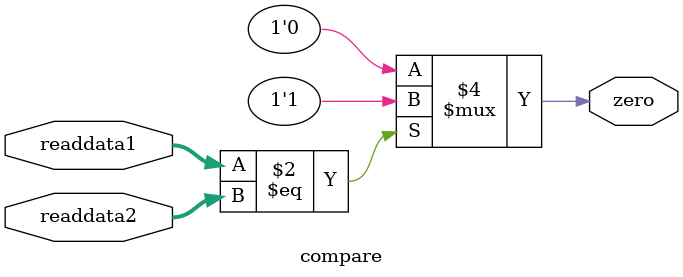
<source format=v>
`timescale 1ns / 1ps


module compare(readdata1,readdata2,zero);
    input [31:0] readdata1,readdata2;
    output reg zero;
    always @ (readdata1,readdata2)
        if(readdata1==readdata2)zero=1;
        else zero=0;
endmodule

</source>
